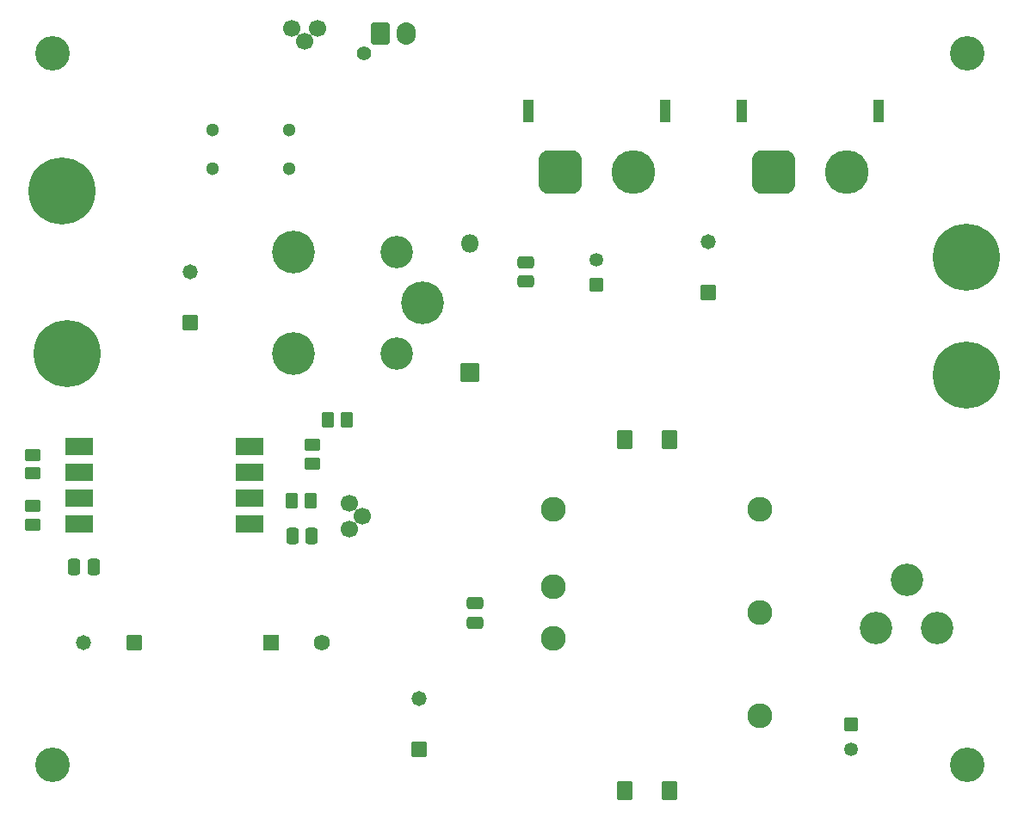
<source format=gts>
%TF.GenerationSoftware,KiCad,Pcbnew,8.0.1*%
%TF.CreationDate,2024-05-22T17:07:33+09:00*%
%TF.ProjectId,power_bord,706f7765-725f-4626-9f72-642e6b696361,rev?*%
%TF.SameCoordinates,Original*%
%TF.FileFunction,Soldermask,Top*%
%TF.FilePolarity,Negative*%
%FSLAX46Y46*%
G04 Gerber Fmt 4.6, Leading zero omitted, Abs format (unit mm)*
G04 Created by KiCad (PCBNEW 8.0.1) date 2024-05-22 17:07:33*
%MOMM*%
%LPD*%
G01*
G04 APERTURE LIST*
G04 Aperture macros list*
%AMRoundRect*
0 Rectangle with rounded corners*
0 $1 Rounding radius*
0 $2 $3 $4 $5 $6 $7 $8 $9 X,Y pos of 4 corners*
0 Add a 4 corners polygon primitive as box body*
4,1,4,$2,$3,$4,$5,$6,$7,$8,$9,$2,$3,0*
0 Add four circle primitives for the rounded corners*
1,1,$1+$1,$2,$3*
1,1,$1+$1,$4,$5*
1,1,$1+$1,$6,$7*
1,1,$1+$1,$8,$9*
0 Add four rect primitives between the rounded corners*
20,1,$1+$1,$2,$3,$4,$5,0*
20,1,$1+$1,$4,$5,$6,$7,0*
20,1,$1+$1,$6,$7,$8,$9,0*
20,1,$1+$1,$8,$9,$2,$3,0*%
G04 Aperture macros list end*
%ADD10C,1.700000*%
%ADD11RoundRect,0.100000X-1.268730X0.759460X-1.268730X-0.759460X1.268730X-0.759460X1.268730X0.759460X0*%
%ADD12RoundRect,0.100000X1.268730X-0.759460X1.268730X0.759460X-1.268730X0.759460X-1.268730X-0.759460X0*%
%ADD13C,4.200000*%
%ADD14C,3.200000*%
%ADD15RoundRect,0.100000X-0.450000X-1.000000X0.450000X-1.000000X0.450000X1.000000X-0.450000X1.000000X0*%
%ADD16RoundRect,1.075000X-1.075000X-1.075000X1.075000X-1.075000X1.075000X1.075000X-1.075000X1.075000X0*%
%ADD17C,4.300000*%
%ADD18C,3.400000*%
%ADD19C,1.000000*%
%ADD20C,6.600000*%
%ADD21RoundRect,0.298780X0.313720X0.501220X-0.313720X0.501220X-0.313720X-0.501220X0.313720X-0.501220X0*%
%ADD22RoundRect,0.300000X-0.300000X-0.525000X0.300000X-0.525000X0.300000X0.525000X-0.300000X0.525000X0*%
%ADD23RoundRect,0.100000X-0.650000X-0.800000X0.650000X-0.800000X0.650000X0.800000X-0.650000X0.800000X0*%
%ADD24RoundRect,0.100000X0.575000X-0.575000X0.575000X0.575000X-0.575000X0.575000X-0.575000X-0.575000X0*%
%ADD25C,1.350000*%
%ADD26RoundRect,0.300000X0.300000X0.525000X-0.300000X0.525000X-0.300000X-0.525000X0.300000X-0.525000X0*%
%ADD27C,1.400000*%
%ADD28RoundRect,0.279412X-0.670588X-0.820588X0.670588X-0.820588X0.670588X0.820588X-0.670588X0.820588X0*%
%ADD29O,1.900000X2.200000*%
%ADD30RoundRect,0.298780X0.501220X-0.313720X0.501220X0.313720X-0.501220X0.313720X-0.501220X-0.313720X0*%
%ADD31C,2.450000*%
%ADD32C,1.300000*%
%ADD33RoundRect,0.100000X-0.575000X0.575000X-0.575000X-0.575000X0.575000X-0.575000X0.575000X0.575000X0*%
%ADD34RoundRect,0.298780X-0.313720X-0.501220X0.313720X-0.501220X0.313720X0.501220X-0.313720X0.501220X0*%
%ADD35RoundRect,0.100000X0.637500X-0.637500X0.637500X0.637500X-0.637500X0.637500X-0.637500X-0.637500X0*%
%ADD36C,1.475000*%
%ADD37RoundRect,0.300000X0.525000X-0.300000X0.525000X0.300000X-0.525000X0.300000X-0.525000X-0.300000X0*%
%ADD38RoundRect,0.100000X-0.690500X-0.690500X0.690500X-0.690500X0.690500X0.690500X-0.690500X0.690500X0*%
%ADD39C,1.581000*%
%ADD40RoundRect,0.100000X0.800000X-0.800000X0.800000X0.800000X-0.800000X0.800000X-0.800000X-0.800000X0*%
%ADD41O,1.800000X1.800000*%
%ADD42RoundRect,0.100000X0.637500X0.637500X-0.637500X0.637500X-0.637500X-0.637500X0.637500X-0.637500X0*%
G04 APERTURE END LIST*
D10*
%TO.C,Q2*%
X86000000Y-37500000D03*
X84730000Y-38800000D03*
X83460000Y-37500000D03*
%TD*%
D11*
%TO.C,U1*%
X79379460Y-78692540D03*
X79379460Y-81232540D03*
X79379460Y-83767460D03*
X79379460Y-86307460D03*
D12*
X62620540Y-86307460D03*
X62620540Y-83767460D03*
X62620540Y-81232540D03*
X62620540Y-78692540D03*
%TD*%
D10*
%TO.C,Q1*%
X89158000Y-84230000D03*
X90458000Y-85500000D03*
X89158000Y-86770000D03*
%TD*%
D13*
%TO.C,K1*%
X96350000Y-64500000D03*
X83650000Y-59500000D03*
X83650000Y-69500000D03*
D14*
X93850000Y-69500000D03*
X93850000Y-59500000D03*
%TD*%
D15*
%TO.C,J2*%
X127750000Y-45650000D03*
X141250000Y-45650000D03*
D16*
X130900000Y-51650000D03*
D17*
X138100000Y-51650000D03*
%TD*%
D18*
%TO.C,H10*%
X150000000Y-110000000D03*
%TD*%
D19*
%TO.C,H1*%
X63800000Y-69500000D03*
X63097056Y-71197056D03*
X63097056Y-67802944D03*
X61400000Y-71900000D03*
D20*
X61400000Y-69500000D03*
D19*
X61400000Y-67100000D03*
X59702944Y-71197056D03*
X59702944Y-67802944D03*
X59000000Y-69500000D03*
%TD*%
D15*
%TO.C,J3*%
X106750000Y-45650000D03*
X120250000Y-45650000D03*
D16*
X109900000Y-51650000D03*
D17*
X117100000Y-51650000D03*
%TD*%
D21*
%TO.C,R6*%
X88912500Y-76000000D03*
X87087500Y-76000000D03*
%TD*%
D22*
%TO.C,C5*%
X83550000Y-87500000D03*
X85450000Y-87500000D03*
%TD*%
D23*
%TO.C,C8*%
X116300000Y-112500000D03*
X120700000Y-112500000D03*
%TD*%
D24*
%TO.C,C10*%
X113500000Y-62750000D03*
D25*
X113500000Y-60250000D03*
%TD*%
D26*
%TO.C,C3*%
X64000000Y-90500000D03*
X62100000Y-90500000D03*
%TD*%
D27*
%TO.C,J1*%
X90650000Y-40000000D03*
D28*
X92250000Y-38000000D03*
D29*
X94750000Y-38000000D03*
%TD*%
D30*
%TO.C,R2*%
X58000000Y-86325000D03*
X58000000Y-84500000D03*
%TD*%
D18*
%TO.C,H7*%
X60000000Y-40000000D03*
%TD*%
D19*
%TO.C,H2*%
X63300000Y-53500000D03*
X62597056Y-55197056D03*
X62597056Y-51802944D03*
X60900000Y-55900000D03*
D20*
X60900000Y-53500000D03*
D19*
X60900000Y-51100000D03*
X59202944Y-55197056D03*
X59202944Y-51802944D03*
X58500000Y-53500000D03*
%TD*%
D31*
%TO.C,PS1*%
X109220000Y-84800000D03*
X109220000Y-92420000D03*
X109220000Y-97500000D03*
X129540000Y-105120000D03*
X129540000Y-94960000D03*
X129540000Y-84800000D03*
%TD*%
D32*
%TO.C,R3*%
X75750000Y-51310000D03*
X83250000Y-51310000D03*
X83250000Y-47500000D03*
X75750000Y-47500000D03*
%TD*%
D33*
%TO.C,C12*%
X138500000Y-106000000D03*
D25*
X138500000Y-108500000D03*
%TD*%
D34*
%TO.C,R4*%
X83500000Y-84000000D03*
X85325000Y-84000000D03*
%TD*%
D19*
%TO.C,H6*%
X152300000Y-60000000D03*
X151597056Y-61697056D03*
X151597056Y-58302944D03*
X149900000Y-62400000D03*
D20*
X149900000Y-60000000D03*
D19*
X149900000Y-57600000D03*
X148202944Y-61697056D03*
X148202944Y-58302944D03*
X147500000Y-60000000D03*
%TD*%
D35*
%TO.C,C11*%
X124500000Y-63500000D03*
D36*
X124500000Y-58500000D03*
%TD*%
D23*
%TO.C,C7*%
X116300000Y-78000000D03*
X120700000Y-78000000D03*
%TD*%
D37*
%TO.C,C6*%
X101500000Y-96000000D03*
X101500000Y-94100000D03*
%TD*%
D18*
%TO.C,H9*%
X60000000Y-110000000D03*
%TD*%
D38*
%TO.C,L1*%
X81500000Y-98000000D03*
D39*
X86500000Y-98000000D03*
%TD*%
D40*
%TO.C,D1*%
X101000000Y-71350000D03*
D41*
X101000000Y-58650000D03*
%TD*%
D18*
%TO.C,H8*%
X150000000Y-40000000D03*
%TD*%
D14*
%TO.C,J4*%
X141000000Y-96500000D03*
X147000000Y-96500000D03*
X144000000Y-91800000D03*
%TD*%
D30*
%TO.C,R1*%
X58000000Y-81325000D03*
X58000000Y-79500000D03*
%TD*%
D35*
%TO.C,C1*%
X73500000Y-66500000D03*
D36*
X73500000Y-61500000D03*
%TD*%
D37*
%TO.C,C9*%
X106500000Y-62400000D03*
X106500000Y-60500000D03*
%TD*%
D35*
%TO.C,C4*%
X96000000Y-108500000D03*
D36*
X96000000Y-103500000D03*
%TD*%
D42*
%TO.C,C2*%
X68000000Y-98000000D03*
D36*
X63000000Y-98000000D03*
%TD*%
D30*
%TO.C,R5*%
X85500000Y-80325000D03*
X85500000Y-78500000D03*
%TD*%
D19*
%TO.C,H5*%
X152300000Y-71652944D03*
X151597056Y-73350000D03*
X151597056Y-69955888D03*
X149900000Y-74052944D03*
D20*
X149900000Y-71652944D03*
D19*
X149900000Y-69252944D03*
X148202944Y-73350000D03*
X148202944Y-69955888D03*
X147500000Y-71652944D03*
%TD*%
M02*

</source>
